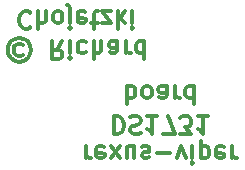
<source format=gbo>
G04 #@! TF.FileFunction,Legend,Bot*
%FSLAX46Y46*%
G04 Gerber Fmt 4.6, Leading zero omitted, Abs format (unit mm)*
G04 Created by KiCad (PCBNEW 4.0.6) date Fri Jul 21 16:03:20 2017*
%MOMM*%
%LPD*%
G01*
G04 APERTURE LIST*
%ADD10C,0.100000*%
%ADD11C,0.300000*%
G04 APERTURE END LIST*
D10*
D11*
X130366286Y-116171429D02*
X130366286Y-117171429D01*
X130366286Y-116885714D02*
X130437714Y-117028571D01*
X130509143Y-117100000D01*
X130652000Y-117171429D01*
X130794857Y-117171429D01*
X131866285Y-116242857D02*
X131723428Y-116171429D01*
X131437714Y-116171429D01*
X131294857Y-116242857D01*
X131223428Y-116385714D01*
X131223428Y-116957143D01*
X131294857Y-117100000D01*
X131437714Y-117171429D01*
X131723428Y-117171429D01*
X131866285Y-117100000D01*
X131937714Y-116957143D01*
X131937714Y-116814286D01*
X131223428Y-116671429D01*
X132437714Y-116171429D02*
X133223428Y-117171429D01*
X132437714Y-117171429D02*
X133223428Y-116171429D01*
X134437714Y-117171429D02*
X134437714Y-116171429D01*
X133794857Y-117171429D02*
X133794857Y-116385714D01*
X133866285Y-116242857D01*
X134009143Y-116171429D01*
X134223428Y-116171429D01*
X134366285Y-116242857D01*
X134437714Y-116314286D01*
X135080571Y-116242857D02*
X135223428Y-116171429D01*
X135509143Y-116171429D01*
X135652000Y-116242857D01*
X135723428Y-116385714D01*
X135723428Y-116457143D01*
X135652000Y-116600000D01*
X135509143Y-116671429D01*
X135294857Y-116671429D01*
X135152000Y-116742857D01*
X135080571Y-116885714D01*
X135080571Y-116957143D01*
X135152000Y-117100000D01*
X135294857Y-117171429D01*
X135509143Y-117171429D01*
X135652000Y-117100000D01*
X136366286Y-116742857D02*
X137509143Y-116742857D01*
X138080572Y-117171429D02*
X138437715Y-116171429D01*
X138794857Y-117171429D01*
X139366286Y-116171429D02*
X139366286Y-117171429D01*
X139366286Y-117671429D02*
X139294857Y-117600000D01*
X139366286Y-117528571D01*
X139437714Y-117600000D01*
X139366286Y-117671429D01*
X139366286Y-117528571D01*
X140080572Y-117171429D02*
X140080572Y-115671429D01*
X140080572Y-117100000D02*
X140223429Y-117171429D01*
X140509143Y-117171429D01*
X140652000Y-117100000D01*
X140723429Y-117028571D01*
X140794858Y-116885714D01*
X140794858Y-116457143D01*
X140723429Y-116314286D01*
X140652000Y-116242857D01*
X140509143Y-116171429D01*
X140223429Y-116171429D01*
X140080572Y-116242857D01*
X142009143Y-116242857D02*
X141866286Y-116171429D01*
X141580572Y-116171429D01*
X141437715Y-116242857D01*
X141366286Y-116385714D01*
X141366286Y-116957143D01*
X141437715Y-117100000D01*
X141580572Y-117171429D01*
X141866286Y-117171429D01*
X142009143Y-117100000D01*
X142080572Y-116957143D01*
X142080572Y-116814286D01*
X141366286Y-116671429D01*
X142723429Y-116171429D02*
X142723429Y-117171429D01*
X142723429Y-116885714D02*
X142794857Y-117028571D01*
X142866286Y-117100000D01*
X143009143Y-117171429D01*
X143152000Y-117171429D01*
X132687716Y-113621429D02*
X132687716Y-115121429D01*
X133044859Y-115121429D01*
X133259144Y-115050000D01*
X133402002Y-114907143D01*
X133473430Y-114764286D01*
X133544859Y-114478571D01*
X133544859Y-114264286D01*
X133473430Y-113978571D01*
X133402002Y-113835714D01*
X133259144Y-113692857D01*
X133044859Y-113621429D01*
X132687716Y-113621429D01*
X134116287Y-113692857D02*
X134330573Y-113621429D01*
X134687716Y-113621429D01*
X134830573Y-113692857D01*
X134902002Y-113764286D01*
X134973430Y-113907143D01*
X134973430Y-114050000D01*
X134902002Y-114192857D01*
X134830573Y-114264286D01*
X134687716Y-114335714D01*
X134402002Y-114407143D01*
X134259144Y-114478571D01*
X134187716Y-114550000D01*
X134116287Y-114692857D01*
X134116287Y-114835714D01*
X134187716Y-114978571D01*
X134259144Y-115050000D01*
X134402002Y-115121429D01*
X134759144Y-115121429D01*
X134973430Y-115050000D01*
X136402001Y-113621429D02*
X135544858Y-113621429D01*
X135973430Y-113621429D02*
X135973430Y-115121429D01*
X135830573Y-114907143D01*
X135687715Y-114764286D01*
X135544858Y-114692857D01*
X136902001Y-115121429D02*
X137902001Y-115121429D01*
X137259144Y-113621429D01*
X138330572Y-115121429D02*
X139259143Y-115121429D01*
X138759143Y-114550000D01*
X138973429Y-114550000D01*
X139116286Y-114478571D01*
X139187715Y-114407143D01*
X139259143Y-114264286D01*
X139259143Y-113907143D01*
X139187715Y-113764286D01*
X139116286Y-113692857D01*
X138973429Y-113621429D01*
X138544857Y-113621429D01*
X138402000Y-113692857D01*
X138330572Y-113764286D01*
X140687714Y-113621429D02*
X139830571Y-113621429D01*
X140259143Y-113621429D02*
X140259143Y-115121429D01*
X140116286Y-114907143D01*
X139973428Y-114764286D01*
X139830571Y-114692857D01*
X133830572Y-111071429D02*
X133830572Y-112571429D01*
X133830572Y-112000000D02*
X133973429Y-112071429D01*
X134259143Y-112071429D01*
X134402000Y-112000000D01*
X134473429Y-111928571D01*
X134544858Y-111785714D01*
X134544858Y-111357143D01*
X134473429Y-111214286D01*
X134402000Y-111142857D01*
X134259143Y-111071429D01*
X133973429Y-111071429D01*
X133830572Y-111142857D01*
X135402001Y-111071429D02*
X135259143Y-111142857D01*
X135187715Y-111214286D01*
X135116286Y-111357143D01*
X135116286Y-111785714D01*
X135187715Y-111928571D01*
X135259143Y-112000000D01*
X135402001Y-112071429D01*
X135616286Y-112071429D01*
X135759143Y-112000000D01*
X135830572Y-111928571D01*
X135902001Y-111785714D01*
X135902001Y-111357143D01*
X135830572Y-111214286D01*
X135759143Y-111142857D01*
X135616286Y-111071429D01*
X135402001Y-111071429D01*
X137187715Y-111071429D02*
X137187715Y-111857143D01*
X137116286Y-112000000D01*
X136973429Y-112071429D01*
X136687715Y-112071429D01*
X136544858Y-112000000D01*
X137187715Y-111142857D02*
X137044858Y-111071429D01*
X136687715Y-111071429D01*
X136544858Y-111142857D01*
X136473429Y-111285714D01*
X136473429Y-111428571D01*
X136544858Y-111571429D01*
X136687715Y-111642857D01*
X137044858Y-111642857D01*
X137187715Y-111714286D01*
X137902001Y-111071429D02*
X137902001Y-112071429D01*
X137902001Y-111785714D02*
X137973429Y-111928571D01*
X138044858Y-112000000D01*
X138187715Y-112071429D01*
X138330572Y-112071429D01*
X139473429Y-111071429D02*
X139473429Y-112571429D01*
X139473429Y-111142857D02*
X139330572Y-111071429D01*
X139044858Y-111071429D01*
X138902000Y-111142857D01*
X138830572Y-111214286D01*
X138759143Y-111357143D01*
X138759143Y-111785714D01*
X138830572Y-111928571D01*
X138902000Y-112000000D01*
X139044858Y-112071429D01*
X139330572Y-112071429D01*
X139473429Y-112000000D01*
X125004286Y-108419286D02*
X124861428Y-108490714D01*
X124575714Y-108490714D01*
X124432857Y-108419286D01*
X124290000Y-108276429D01*
X124218571Y-108133571D01*
X124218571Y-107847857D01*
X124290000Y-107705000D01*
X124432857Y-107562143D01*
X124575714Y-107490714D01*
X124861428Y-107490714D01*
X125004286Y-107562143D01*
X124718571Y-108990714D02*
X124361428Y-108919286D01*
X124004286Y-108705000D01*
X123790000Y-108347857D01*
X123718571Y-107990714D01*
X123790000Y-107633571D01*
X124004286Y-107276429D01*
X124361428Y-107062143D01*
X124718571Y-106990714D01*
X125075714Y-107062143D01*
X125432857Y-107276429D01*
X125647143Y-107633571D01*
X125718571Y-107990714D01*
X125647143Y-108347857D01*
X125432857Y-108705000D01*
X125075714Y-108919286D01*
X124718571Y-108990714D01*
X128361429Y-107276429D02*
X127861429Y-107990714D01*
X127504286Y-107276429D02*
X127504286Y-108776429D01*
X128075714Y-108776429D01*
X128218572Y-108705000D01*
X128290000Y-108633571D01*
X128361429Y-108490714D01*
X128361429Y-108276429D01*
X128290000Y-108133571D01*
X128218572Y-108062143D01*
X128075714Y-107990714D01*
X127504286Y-107990714D01*
X129004286Y-107276429D02*
X129004286Y-108276429D01*
X129004286Y-108776429D02*
X128932857Y-108705000D01*
X129004286Y-108633571D01*
X129075714Y-108705000D01*
X129004286Y-108776429D01*
X129004286Y-108633571D01*
X130361429Y-107347857D02*
X130218572Y-107276429D01*
X129932858Y-107276429D01*
X129790000Y-107347857D01*
X129718572Y-107419286D01*
X129647143Y-107562143D01*
X129647143Y-107990714D01*
X129718572Y-108133571D01*
X129790000Y-108205000D01*
X129932858Y-108276429D01*
X130218572Y-108276429D01*
X130361429Y-108205000D01*
X131004286Y-107276429D02*
X131004286Y-108776429D01*
X131647143Y-107276429D02*
X131647143Y-108062143D01*
X131575714Y-108205000D01*
X131432857Y-108276429D01*
X131218572Y-108276429D01*
X131075714Y-108205000D01*
X131004286Y-108133571D01*
X133004286Y-107276429D02*
X133004286Y-108062143D01*
X132932857Y-108205000D01*
X132790000Y-108276429D01*
X132504286Y-108276429D01*
X132361429Y-108205000D01*
X133004286Y-107347857D02*
X132861429Y-107276429D01*
X132504286Y-107276429D01*
X132361429Y-107347857D01*
X132290000Y-107490714D01*
X132290000Y-107633571D01*
X132361429Y-107776429D01*
X132504286Y-107847857D01*
X132861429Y-107847857D01*
X133004286Y-107919286D01*
X133718572Y-107276429D02*
X133718572Y-108276429D01*
X133718572Y-107990714D02*
X133790000Y-108133571D01*
X133861429Y-108205000D01*
X134004286Y-108276429D01*
X134147143Y-108276429D01*
X135290000Y-107276429D02*
X135290000Y-108776429D01*
X135290000Y-107347857D02*
X135147143Y-107276429D01*
X134861429Y-107276429D01*
X134718571Y-107347857D01*
X134647143Y-107419286D01*
X134575714Y-107562143D01*
X134575714Y-107990714D01*
X134647143Y-108133571D01*
X134718571Y-108205000D01*
X134861429Y-108276429D01*
X135147143Y-108276429D01*
X135290000Y-108205000D01*
X125647143Y-104869286D02*
X125575714Y-104797857D01*
X125361428Y-104726429D01*
X125218571Y-104726429D01*
X125004286Y-104797857D01*
X124861428Y-104940714D01*
X124790000Y-105083571D01*
X124718571Y-105369286D01*
X124718571Y-105583571D01*
X124790000Y-105869286D01*
X124861428Y-106012143D01*
X125004286Y-106155000D01*
X125218571Y-106226429D01*
X125361428Y-106226429D01*
X125575714Y-106155000D01*
X125647143Y-106083571D01*
X126290000Y-104726429D02*
X126290000Y-106226429D01*
X126932857Y-104726429D02*
X126932857Y-105512143D01*
X126861428Y-105655000D01*
X126718571Y-105726429D01*
X126504286Y-105726429D01*
X126361428Y-105655000D01*
X126290000Y-105583571D01*
X127861429Y-104726429D02*
X127718571Y-104797857D01*
X127647143Y-104869286D01*
X127575714Y-105012143D01*
X127575714Y-105440714D01*
X127647143Y-105583571D01*
X127718571Y-105655000D01*
X127861429Y-105726429D01*
X128075714Y-105726429D01*
X128218571Y-105655000D01*
X128290000Y-105583571D01*
X128361429Y-105440714D01*
X128361429Y-105012143D01*
X128290000Y-104869286D01*
X128218571Y-104797857D01*
X128075714Y-104726429D01*
X127861429Y-104726429D01*
X129004286Y-105726429D02*
X129004286Y-104440714D01*
X128932857Y-104297857D01*
X128790000Y-104226429D01*
X128718572Y-104226429D01*
X129004286Y-106226429D02*
X128932857Y-106155000D01*
X129004286Y-106083571D01*
X129075714Y-106155000D01*
X129004286Y-106226429D01*
X129004286Y-106083571D01*
X130290000Y-104797857D02*
X130147143Y-104726429D01*
X129861429Y-104726429D01*
X129718572Y-104797857D01*
X129647143Y-104940714D01*
X129647143Y-105512143D01*
X129718572Y-105655000D01*
X129861429Y-105726429D01*
X130147143Y-105726429D01*
X130290000Y-105655000D01*
X130361429Y-105512143D01*
X130361429Y-105369286D01*
X129647143Y-105226429D01*
X130790000Y-105726429D02*
X131361429Y-105726429D01*
X131004286Y-106226429D02*
X131004286Y-104940714D01*
X131075714Y-104797857D01*
X131218572Y-104726429D01*
X131361429Y-104726429D01*
X131718572Y-105726429D02*
X132504286Y-105726429D01*
X131718572Y-104726429D01*
X132504286Y-104726429D01*
X133075715Y-104726429D02*
X133075715Y-106226429D01*
X133218572Y-105297857D02*
X133647143Y-104726429D01*
X133647143Y-105726429D02*
X133075715Y-105155000D01*
X134290001Y-104726429D02*
X134290001Y-105726429D01*
X134290001Y-106226429D02*
X134218572Y-106155000D01*
X134290001Y-106083571D01*
X134361429Y-106155000D01*
X134290001Y-106226429D01*
X134290001Y-106083571D01*
M02*

</source>
